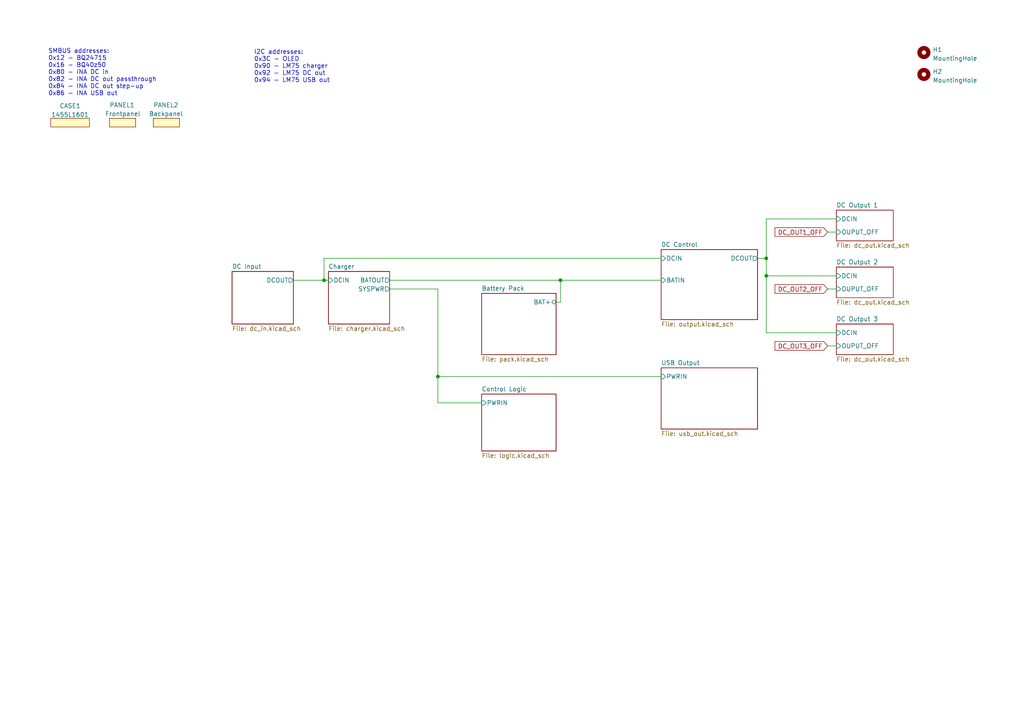
<source format=kicad_sch>
(kicad_sch (version 20211123) (generator eeschema)
  (paper "A4")
  (lib_symbols
    (symbol "Case:1455L1601"
      (property "Reference" "CASE" (at -3.302 2.286 0))
      (property "Value" "1455L1601" (at 0 0 0))
      (symbol "1455L1601_0_0"
        (rectangle (start -5.588 1.27) (end 5.588 -1.27) (fill (type background)))
      )
    )
    (symbol "Case:Panel"
      (property "Reference" "PANEL" (at 0 0 0))
      (property "Value" "Panel" (at 0 -2.54 0))
      (symbol "Panel_0_1"
        (rectangle (start -3.81 -1.27) (end 3.81 -3.81) (fill (type background)))
      )
    )
    (symbol "Mechanical:MountingHole" (pin_names (offset 1.016))
      (property "Reference" "H" (at 0 5.08 0))
      (property "Value" "MountingHole" (at 0 3.175 0))
      (symbol "MountingHole_0_1"
        (circle (center 0 0) (radius 1.27) (stroke (width 1.27)))
      )
    )
  )
  (junction (at 93.98 81.28))
  (junction (at 222.25 80.01))
  (junction (at 162.56 81.28))
  (junction (at 222.25 74.93))
  (junction (at 127 109.22))
  (wire (pts (xy 240.03 83.82) (xy 242.57 83.82)))
  (wire (pts (xy 127 109.22) (xy 127 83.82)))
  (wire (pts (xy 127 116.84) (xy 127 109.22)))
  (wire (pts (xy 162.56 81.28) (xy 191.77 81.28)))
  (wire (pts (xy 222.25 80.01) (xy 222.25 74.93)))
  (wire (pts (xy 222.25 74.93) (xy 219.71 74.93)))
  (wire (pts (xy 222.25 63.5) (xy 242.57 63.5)))
  (wire (pts (xy 222.25 96.52) (xy 222.25 80.01)))
  (wire (pts (xy 93.98 81.28) (xy 93.98 74.93)))
  (wire (pts (xy 139.7 116.84) (xy 127 116.84)))
  (wire (pts (xy 162.56 87.63) (xy 161.29 87.63)))
  (wire (pts (xy 85.09 81.28) (xy 93.98 81.28)))
  (wire (pts (xy 93.98 74.93) (xy 191.77 74.93)))
  (wire (pts (xy 240.03 67.31) (xy 242.57 67.31)))
  (wire (pts (xy 222.25 63.5) (xy 222.25 74.93)))
  (wire (pts (xy 222.25 80.01) (xy 242.57 80.01)))
  (wire (pts (xy 240.03 100.33) (xy 242.57 100.33)))
  (wire (pts (xy 162.56 81.28) (xy 162.56 87.63)))
  (wire (pts (xy 222.25 96.52) (xy 242.57 96.52)))
  (wire (pts (xy 127 83.82) (xy 113.03 83.82)))
  (wire (pts (xy 93.98 81.28) (xy 95.25 81.28)))
  (wire (pts (xy 113.03 81.28) (xy 162.56 81.28)))
  (wire (pts (xy 127 109.22) (xy 191.77 109.22)))
  (text "I2C addresses:\n0x3C - OLED\n0x90 - LM75 charger\n0x92 - LM75 DC out\n0x94 - LM75 USB out" (at 73.66 24.13 0) (effects (font (size 1.27 1.27)) (justify left bottom)))
  (text "SMBUS addresses:\n0x12 - BQ24715\n0x16 - BQ40z50\n0x80 - INA DC in\n0x82 - INA DC out passthrough\n0x84 - INA DC out step-up\n0x86 - INA USB out\n" (at 13.97 27.94 0) (effects (font (size 1.27 1.27)) (justify left bottom)))
  (global_label "DC_OUT1_OFF" (shape input) (at 240.03 67.31 180) (property "Referenzen zwischen Schaltplänen" "${INTERSHEET_REFS}" (effects hide)))
  (global_label "DC_OUT3_OFF" (shape input) (at 240.03 100.33 180) (property "Referenzen zwischen Schaltplänen" "${INTERSHEET_REFS}" (effects hide)))
  (global_label "DC_OUT2_OFF" (shape input) (at 240.03 83.82 180) (property "Referenzen zwischen Schaltplänen" "${INTERSHEET_REFS}" (effects hide)))
  (symbol (lib_id "Case:1455L1601") (at 20.32 35.56 0) (unit 1) (in_bom no)
    (property "Reference" "CASE1" (at 20.32 30.7172 0))
    (property "Value" "1455L1601" (at 20.32 33.2541 0))
    (property "Footprint" "Case:1455L1601" (effects hide))
    (property "Datasheet" "https://cdn-reichelt.de/documents/datenblatt/C700/1455L1601.pdf" (effects hide))
  )
  (symbol (lib_id "Mechanical:MountingHole") (at 267.97 15.24 0) (unit 1) (in_bom no)
    (property "Reference" "H1" (at 270.51 14.4053 0) (effects (justify left)))
    (property "Value" "MountingHole" (at 270.51 16.9422 0) (effects (justify left)))
    (property "Footprint" "ToolingHole:ToolingHole_JLCSMT" (effects hide))
  )
  (symbol (lib_id "Case:Panel") (at 48.26 33.02 0) (unit 1)
    (property "Reference" "PANEL2" (at 44.45 30.48 0) (effects (justify left)))
    (property "Value" "Backpanel" (at 43.18 33.02 0) (effects (justify left)))
    (property "Footprint" "Panels:Backpanel" (effects hide))
  )
  (symbol (lib_id "Case:Panel") (at 35.56 33.02 0) (unit 1)
    (property "Reference" "PANEL1" (at 31.75 30.48 0) (effects (justify left)))
    (property "Value" "Frontpanel" (at 30.48 33.02 0) (effects (justify left)))
    (property "Footprint" "Panels:Frontpanel" (effects hide))
  )
  (symbol (lib_id "Mechanical:MountingHole") (at 267.97 21.59 0) (unit 1) (in_bom no)
    (property "Reference" "H2" (at 270.51 20.7553 0) (effects (justify left)))
    (property "Value" "MountingHole" (at 270.51 23.2922 0) (effects (justify left)))
    (property "Footprint" "ToolingHole:ToolingHole_JLCSMT" (effects hide))
  )
  (sheet (at 191.77 72.39) (size 27.94 20.32) (stroke (width 0.1524))
    (property "Sheet name" "DC Control" (at 191.77 71.6784 0) (effects (justify left bottom)))
    (property "Sheet file" "output.kicad_sch" (at 191.77 93.2946 0) (effects (justify left top)))
    (pin "DCIN" input (at 191.77 74.93 180))
    (pin "BATIN" input (at 191.77 81.28 180))
    (pin "DCOUT" output (at 219.71 74.93 0))
  )
  (sheet (at 242.57 77.47) (size 16.51 8.89) (stroke (width 0.1524))
    (property "Sheet name" "DC Output 2" (at 242.57 76.7584 0) (effects (justify left bottom)))
    (property "Sheet file" "dc_out.kicad_sch" (at 242.57 86.9446 0) (effects (justify left top)))
    (pin "OUPUT_OFF" input (at 242.57 83.82 180))
    (pin "DCIN" input (at 242.57 80.01 180))
  )
  (sheet (at 67.31 78.74) (size 17.78 15.24) (stroke (width 0.1524))
    (property "Sheet name" "DC Input" (at 67.31 78.0284 0) (effects (justify left bottom)))
    (property "Sheet file" "dc_in.kicad_sch" (at 67.31 94.5646 0) (effects (justify left top)))
    (pin "DCOUT" output (at 85.09 81.28 0))
  )
  (sheet (at 95.25 78.74) (size 17.78 15.24) (stroke (width 0.1524))
    (property "Sheet name" "Charger" (at 95.25 78.0284 0) (effects (justify left bottom)))
    (property "Sheet file" "charger.kicad_sch" (at 95.25 94.5646 0) (effects (justify left top)))
    (pin "DCIN" input (at 95.25 81.28 180))
    (pin "BATOUT" output (at 113.03 81.28 0))
    (pin "SYSPWR" output (at 113.03 83.82 0))
  )
  (sheet (at 139.7 114.3) (size 21.59 16.51) (stroke (width 0.1524))
    (property "Sheet name" "Control Logic" (at 139.7 113.5884 0) (effects (justify left bottom)))
    (property "Sheet file" "logic.kicad_sch" (at 139.7 131.3946 0) (effects (justify left top)))
    (pin "PWRIN" input (at 139.7 116.84 180))
  )
  (sheet (at 242.57 93.98) (size 16.51 8.89) (stroke (width 0.1524))
    (property "Sheet name" "DC Output 3" (at 242.57 93.2684 0) (effects (justify left bottom)))
    (property "Sheet file" "dc_out.kicad_sch" (at 242.57 103.4546 0) (effects (justify left top)))
    (pin "OUPUT_OFF" input (at 242.57 100.33 180))
    (pin "DCIN" input (at 242.57 96.52 180))
  )
  (sheet (at 139.7 85.09) (size 21.59 17.78) (stroke (width 0.1524))
    (property "Sheet name" "Battery Pack" (at 139.7 84.3784 0) (effects (justify left bottom)))
    (property "Sheet file" "pack.kicad_sch" (at 139.7 103.4546 0) (effects (justify left top)))
    (pin "BAT+" bidirectional (at 161.29 87.63 0))
  )
  (sheet (at 242.57 60.96) (size 16.51 8.89) (stroke (width 0.1524))
    (property "Sheet name" "DC Output 1" (at 242.57 60.2484 0) (effects (justify left bottom)))
    (property "Sheet file" "dc_out.kicad_sch" (at 242.57 70.4346 0) (effects (justify left top)))
    (pin "OUPUT_OFF" input (at 242.57 67.31 180))
    (pin "DCIN" input (at 242.57 63.5 180))
  )
  (sheet (at 191.77 106.68) (size 27.94 17.78) (stroke (width 0.1524))
    (property "Sheet name" "USB Output" (at 191.77 105.9684 0) (effects (justify left bottom)))
    (property "Sheet file" "usb_out.kicad_sch" (at 191.77 125.0446 0) (effects (justify left top)))
    (pin "PWRIN" input (at 191.77 109.22 180))
  )
)
</source>
